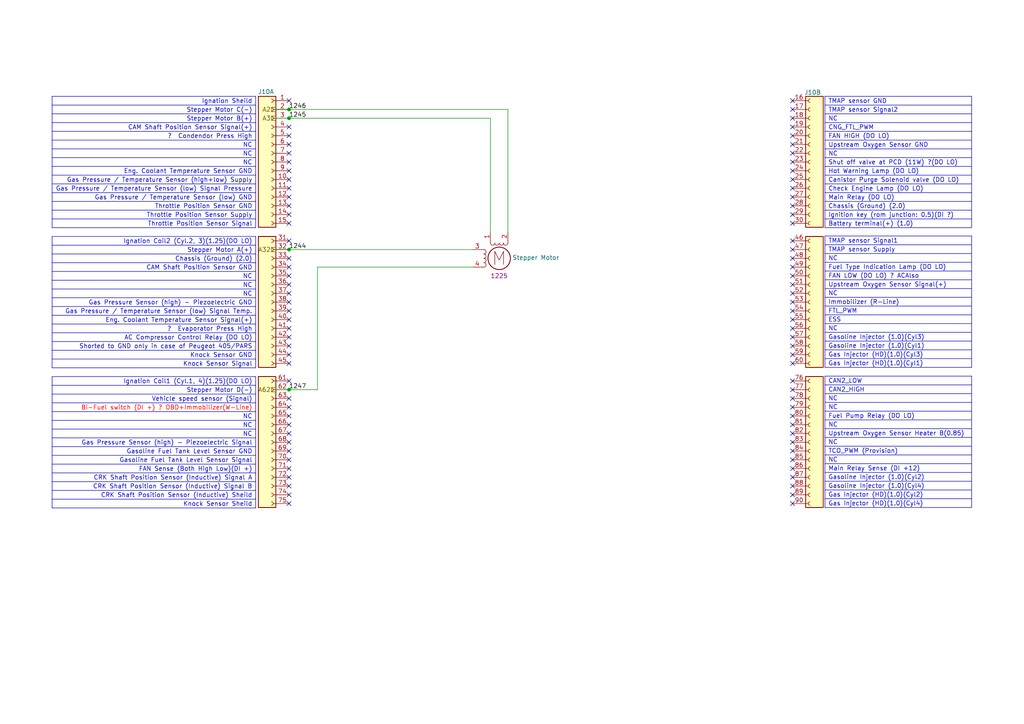
<source format=kicad_sch>
(kicad_sch (version 20250114) (generator "eeschema") (generator_version "9.0")
  (paper "A4")
  (lib_symbols
    (symbol "Motor:Stepper_Motor_bipolar" (pin_names (offset 0) (hide yes))
      (property "Reference" "M" (at 3.81 2.54 0))
      (property "Value" "Stepper_Motor_bipolar" (at 3.81 1.27 0))
      (symbol "Stepper_Motor_bipolar_0_0"
        (polyline (pts (xy -1.27 -1.778) (xy -1.27 2.032) (xy 0 -0.508) (xy 1.27 2.032) (xy 1.27 -1.778)))
      )
      (symbol "Stepper_Motor_bipolar_0_1"
        (polyline (pts (xy -5.08 2.54) (xy -4.445 2.54)))
        (polyline (pts (xy -5.08 -2.54) (xy -4.445 -2.54)))
        (arc (start -4.445 2.54) (mid -3.8127 1.905) (end -4.445 1.27))
        (arc (start -4.445 1.27) (mid -3.8127 0.635) (end -4.445 0))
        (arc (start -4.445 0) (mid -3.8127 -0.635) (end -4.445 -1.27))
        (arc (start -4.445 -1.27) (mid -3.8127 -1.905) (end -4.445 -2.54))
        (polyline (pts (xy -2.54 5.08) (xy -2.54 4.445)))
        (arc (start -1.27 4.445) (mid -1.905 3.8127) (end -2.54 4.445))
        (arc (start 0 4.445) (mid -0.635 3.8127) (end -1.27 4.445))
        (circle (center 0 0) (radius 3.2512) (stroke (width 0.254)))
        (arc (start 1.27 4.445) (mid 0.635 3.8127) (end 0 4.445))
        (arc (start 2.54 4.445) (mid 1.905 3.8127) (end 1.27 4.445))
        (polyline (pts (xy 2.54 5.08) (xy 2.54 4.445)))
      )
      (symbol "Stepper_Motor_bipolar_1_1"
        (pin passive line (at -7.62 2.54 0) (length 2.54) (name "~") (number "3"))
        (pin passive line (at -7.62 -2.54 0) (length 2.54) (name "~") (number "4"))
        (pin passive line (at -2.54 7.62 270) (length 2.54) (name "~") (number "1"))
        (pin passive line (at 2.54 7.62 270) (length 2.54) (name "-") (number "2"))
      )
    )
    (symbol "sicma_socket:Conn_01x90_3Row_Socket" (pin_names (offset 1.016) (hide yes))
      (property "Reference" "J" (at 1.524 60.833 0))
      (property "Value" "Conn_01x90_3Row_Socket" (at 1.397 -61.214 0))
      (symbol "Conn_01x90_3Row_Socket_1_1"
        (rectangle (start -0.508 59.69) (end 4.572 21.717) (stroke (width 0.254)) (fill (type background)))
        (polyline (pts (xy -0.508 58.42) (xy 0.254 58.42)) (stroke (width 0.1524)))
        (polyline (pts (xy -0.508 55.88) (xy 0.254 55.88)) (stroke (width 0.1524)))
        (polyline (pts (xy -0.508 53.34) (xy 0.254 53.34)) (stroke (width 0.1524)))
        (polyline (pts (xy -0.508 50.8) (xy 0.254 50.8)) (stroke (width 0.1524)))
        (polyline (pts (xy -0.508 48.26) (xy 0.254 48.26)) (stroke (width 0.1524)))
        (polyline (pts (xy -0.508 45.72) (xy 0.254 45.72)) (stroke (width 0.1524)))
        (polyline (pts (xy -0.508 43.18) (xy 0.254 43.18)) (stroke (width 0.1524)))
        (polyline (pts (xy -0.508 40.64) (xy 0.254 40.64)) (stroke (width 0.1524)))
        (polyline (pts (xy -0.508 38.1) (xy 0.254 38.1)) (stroke (width 0.1524)))
        (polyline (pts (xy -0.508 35.56) (xy 0.254 35.56)) (stroke (width 0.1524)))
        (polyline (pts (xy -0.508 33.02) (xy 0.254 33.02)) (stroke (width 0.1524)))
        (polyline (pts (xy -0.508 30.48) (xy 0.254 30.48)) (stroke (width 0.1524)))
        (polyline (pts (xy -0.508 27.94) (xy 0.254 27.94)) (stroke (width 0.1524)))
        (polyline (pts (xy -0.508 25.4) (xy 0.254 25.4)) (stroke (width 0.1524)))
        (polyline (pts (xy -0.508 22.86) (xy 0.254 22.86)) (stroke (width 0.1524)))
        (rectangle (start -0.508 19.05) (end 4.572 -18.923) (stroke (width 0.254)) (fill (type background)))
        (polyline (pts (xy -0.508 17.78) (xy 0.254 17.78)) (stroke (width 0.1524)))
        (polyline (pts (xy -0.508 15.24) (xy 0.254 15.24)) (stroke (width 0.1524)))
        (polyline (pts (xy -0.508 12.7) (xy 0.254 12.7)) (stroke (width 0.1524)))
        (polyline (pts (xy -0.508 10.16) (xy 0.254 10.16)) (stroke (width 0.1524)))
        (polyline (pts (xy -0.508 7.62) (xy 0.254 7.62)) (stroke (width 0.1524)))
        (polyline (pts (xy -0.508 5.08) (xy 0.254 5.08)) (stroke (width 0.1524)))
        (polyline (pts (xy -0.508 2.54) (xy 0.254 2.54)) (stroke (width 0.1524)))
        (polyline (pts (xy -0.508 0) (xy 0.254 0)) (stroke (width 0.1524)))
        (polyline (pts (xy -0.508 -2.54) (xy 0.254 -2.54)) (stroke (width 0.1524)))
        (polyline (pts (xy -0.508 -5.08) (xy 0.254 -5.08)) (stroke (width 0.1524)))
        (polyline (pts (xy -0.508 -7.62) (xy 0.254 -7.62)) (stroke (width 0.1524)))
        (polyline (pts (xy -0.508 -10.16) (xy 0.254 -10.16)) (stroke (width 0.1524)))
        (polyline (pts (xy -0.508 -12.7) (xy 0.254 -12.7)) (stroke (width 0.1524)))
        (polyline (pts (xy -0.508 -15.24) (xy 0.254 -15.24)) (stroke (width 0.1524)))
        (polyline (pts (xy -0.508 -17.78) (xy 0.254 -17.78)) (stroke (width 0.1524)))
        (rectangle (start -0.508 -21.59) (end 4.572 -59.563) (stroke (width 0.254)) (fill (type background)))
        (polyline (pts (xy -0.508 -22.86) (xy 0.254 -22.86)) (stroke (width 0.1524)))
        (polyline (pts (xy -0.508 -25.4) (xy 0.254 -25.4)) (stroke (width 0.1524)))
        (polyline (pts (xy -0.508 -27.94) (xy 0.254 -27.94)) (stroke (width 0.1524)))
        (polyline (pts (xy -0.508 -30.48) (xy 0.254 -30.48)) (stroke (width 0.1524)))
        (polyline (pts (xy -0.508 -33.02) (xy 0.254 -33.02)) (stroke (width 0.1524)))
        (polyline (pts (xy -0.508 -35.56) (xy 0.254 -35.56)) (stroke (width 0.1524)))
        (polyline (pts (xy -0.508 -38.1) (xy 0.254 -38.1)) (stroke (width 0.1524)))
        (polyline (pts (xy -0.508 -40.64) (xy 0.254 -40.64)) (stroke (width 0.1524)))
        (polyline (pts (xy -0.508 -43.18) (xy 0.254 -43.18)) (stroke (width 0.1524)))
        (polyline (pts (xy -0.508 -45.72) (xy 0.254 -45.72)) (stroke (width 0.1524)))
        (polyline (pts (xy -0.508 -48.26) (xy 0.254 -48.26)) (stroke (width 0.1524)))
        (polyline (pts (xy -0.508 -50.8) (xy 0.254 -50.8)) (stroke (width 0.1524)))
        (polyline (pts (xy -0.508 -53.34) (xy 0.254 -53.34)) (stroke (width 0.1524)))
        (polyline (pts (xy -0.508 -55.88) (xy 0.254 -55.88)) (stroke (width 0.1524)))
        (polyline (pts (xy -0.508 -58.42) (xy 0.254 -58.42)) (stroke (width 0.1524)))
        (arc (start 0.762 57.912) (mid 0.2562 58.42) (end 0.762 58.928) (stroke (width 0.1524)))
        (arc (start 0.762 55.372) (mid 0.2562 55.88) (end 0.762 56.388) (stroke (width 0.1524)))
        (arc (start 0.762 52.832) (mid 0.2562 53.34) (end 0.762 53.848) (stroke (width 0.1524)))
        (arc (start 0.762 50.292) (mid 0.2562 50.8) (end 0.762 51.308) (stroke (width 0.1524)))
        (arc (start 0.762 47.752) (mid 0.2562 48.26) (end 0.762 48.768) (stroke (width 0.1524)))
        (arc (start 0.762 45.212) (mid 0.2562 45.72) (end 0.762 46.228) (stroke (width 0.1524)))
        (arc (start 0.762 42.672) (mid 0.2562 43.18) (end 0.762 43.688) (stroke (width 0.1524)))
        (arc (start 0.762 40.132) (mid 0.2562 40.64) (end 0.762 41.148) (stroke (width 0.1524)))
        (arc (start 0.762 37.592) (mid 0.2562 38.1) (end 0.762 38.608) (stroke (width 0.1524)))
        (arc (start 0.762 35.052) (mid 0.2562 35.56) (end 0.762 36.068) (stroke (width 0.1524)))
        (arc (start 0.762 32.512) (mid 0.2562 33.02) (end 0.762 33.528) (stroke (width 0.1524)))
        (arc (start 0.762 29.972) (mid 0.2562 30.48) (end 0.762 30.988) (stroke (width 0.1524)))
        (arc (start 0.762 27.432) (mid 0.2562 27.94) (end 0.762 28.448) (stroke (width 0.1524)))
        (arc (start 0.762 24.892) (mid 0.2562 25.4) (end 0.762 25.908) (stroke (width 0.1524)))
        (arc (start 0.762 22.352) (mid 0.2562 22.86) (end 0.762 23.368) (stroke (width 0.1524)))
        (arc (start 0.762 17.272) (mid 0.2562 17.78) (end 0.762 18.288) (stroke (width 0.1524)))
        (arc (start 0.762 14.732) (mid 0.2562 15.24) (end 0.762 15.748) (stroke (width 0.1524)))
        (arc (start 0.762 12.192) (mid 0.2562 12.7) (end 0.762 13.208) (stroke (width 0.1524)))
        (arc (start 0.762 9.652) (mid 0.2562 10.16) (end 0.762 10.668) (stroke (width 0.1524)))
        (arc (start 0.762 7.112) (mid 0.2562 7.62) (end 0.762 8.128) (stroke (width 0.1524)))
        (arc (start 0.762 4.572) (mid 0.2562 5.08) (end 0.762 5.588) (stroke (width 0.1524)))
        (arc (start 0.762 2.032) (mid 0.2562 2.54) (end 0.762 3.048) (stroke (width 0.1524)))
        (arc (start 0.762 -0.508) (mid 0.2562 0) (end 0.762 0.508) (stroke (width 0.1524)))
        (arc (start 0.762 -3.048) (mid 0.2562 -2.54) (end 0.762 -2.032) (stroke (width 0.1524)))
        (arc (start 0.762 -5.588) (mid 0.2562 -5.08) (end 0.762 -4.572) (stroke (width 0.1524)))
        (arc (start 0.762 -8.128) (mid 0.2562 -7.62) (end 0.762 -7.112) (stroke (width 0.1524)))
        (arc (start 0.762 -10.668) (mid 0.2562 -10.16) (end 0.762 -9.652) (stroke (width 0.1524)))
        (arc (start 0.762 -13.208) (mid 0.2562 -12.7) (end 0.762 -12.192) (stroke (width 0.1524)))
        (arc (start 0.762 -15.748) (mid 0.2562 -15.24) (end 0.762 -14.732) (stroke (width 0.1524)))
        (arc (start 0.762 -18.288) (mid 0.2562 -17.78) (end 0.762 -17.272) (stroke (width 0.1524)))
        (arc (start 0.762 -23.368) (mid 0.2562 -22.86) (end 0.762 -22.352) (stroke (width 0.1524)))
        (arc (start 0.762 -25.908) (mid 0.2562 -25.4) (end 0.762 -24.892) (stroke (width 0.1524)))
        (arc (start 0.762 -28.448) (mid 0.2562 -27.94) (end 0.762 -27.432) (stroke (width 0.1524)))
        (arc (start 0.762 -30.988) (mid 0.2562 -30.48) (end 0.762 -29.972) (stroke (width 0.1524)))
        (arc (start 0.762 -33.528) (mid 0.2562 -33.02) (end 0.762 -32.512) (stroke (width 0.1524)))
        (arc (start 0.762 -36.068) (mid 0.2562 -35.56) (end 0.762 -35.052) (stroke (width 0.1524)))
        (arc (start 0.762 -38.608) (mid 0.2562 -38.1) (end 0.762 -37.592) (stroke (width 0.1524)))
        (arc (start 0.762 -41.148) (mid 0.2562 -40.64) (end 0.762 -40.132) (stroke (width 0.1524)))
        (arc (start 0.762 -43.688) (mid 0.2562 -43.18) (end 0.762 -42.672) (stroke (width 0.1524)))
        (arc (start 0.762 -46.228) (mid 0.2562 -45.72) (end 0.762 -45.212) (stroke (width 0.1524)))
        (arc (start 0.762 -48.768) (mid 0.2562 -48.26) (end 0.762 -47.752) (stroke (width 0.1524)))
        (arc (start 0.762 -51.308) (mid 0.2562 -50.8) (end 0.762 -50.292) (stroke (width 0.1524)))
        (arc (start 0.762 -53.848) (mid 0.2562 -53.34) (end 0.762 -52.832) (stroke (width 0.1524)))
        (arc (start 0.762 -56.388) (mid 0.2562 -55.88) (end 0.762 -55.372) (stroke (width 0.1524)))
        (arc (start 0.762 -58.928) (mid 0.2562 -58.42) (end 0.762 -57.912) (stroke (width 0.1524)))
        (pin passive line (at -4.318 58.42 0) (length 3.81) (name "A1") (number "1"))
        (pin passive line (at -4.318 55.88 0) (length 3.81) (name "A2") (number "2"))
        (pin passive line (at -4.318 53.34 0) (length 3.81) (name "A3") (number "3"))
        (pin passive line (at -4.318 50.8 0) (length 3.81) (name "A4") (number "4"))
        (pin passive line (at -4.318 48.26 0) (length 3.81) (name "A5") (number "5"))
        (pin passive line (at -4.318 45.72 0) (length 3.81) (name "A6") (number "6"))
        (pin passive line (at -4.318 43.18 0) (length 3.81) (name "A7") (number "7"))
        (pin passive line (at -4.318 40.64 0) (length 3.81) (name "A8") (number "8"))
        (pin passive line (at -4.318 38.1 0) (length 3.81) (name "A9") (number "9"))
        (pin passive line (at -4.318 35.56 0) (length 3.81) (name "A10") (number "10"))
        (pin passive line (at -4.318 33.02 0) (length 3.81) (name "A11") (number "11"))
        (pin passive line (at -4.318 30.48 0) (length 3.81) (name "A12") (number "12"))
        (pin passive line (at -4.318 27.94 0) (length 3.81) (name "A13") (number "13"))
        (pin passive line (at -4.318 25.4 0) (length 3.81) (name "A14") (number "14"))
        (pin passive line (at -4.318 22.86 0) (length 3.81) (name "A15") (number "15"))
        (pin passive line (at -4.318 17.78 0) (length 3.81) (name "A31") (number "31"))
        (pin passive line (at -4.318 15.24 0) (length 3.81) (name "A32") (number "32"))
        (pin passive line (at -4.318 12.7 0) (length 3.81) (name "A33") (number "33"))
        (pin passive line (at -4.318 10.16 0) (length 3.81) (name "A34") (number "34"))
        (pin passive line (at -4.318 7.62 0) (length 3.81) (name "A35") (number "35"))
        (pin passive line (at -4.318 5.08 0) (length 3.81) (name "A36") (number "36"))
        (pin passive line (at -4.318 2.54 0) (length 3.81) (name "A37") (number "37"))
        (pin passive line (at -4.318 0 0) (length 3.81) (name "A38") (number "38"))
        (pin passive line (at -4.318 -2.54 0) (length 3.81) (name "A39") (number "39"))
        (pin passive line (at -4.318 -5.08 0) (length 3.81) (name "A40") (number "40"))
        (pin passive line (at -4.318 -7.62 0) (length 3.81) (name "A41") (number "41"))
        (pin passive line (at -4.318 -10.16 0) (length 3.81) (name "A42") (number "42"))
        (pin passive line (at -4.318 -12.7 0) (length 3.81) (name "A43") (number "43"))
        (pin passive line (at -4.318 -15.24 0) (length 3.81) (name "A44") (number "44"))
        (pin passive line (at -4.318 -17.78 0) (length 3.81) (name "A45") (number "45"))
        (pin passive line (at -4.318 -22.86 0) (length 3.81) (name "A61") (number "61"))
        (pin passive line (at -4.318 -25.4 0) (length 3.81) (name "A62") (number "62"))
        (pin passive line (at -4.318 -27.94 0) (length 3.81) (name "A63") (number "63"))
        (pin passive line (at -4.318 -30.48 0) (length 3.81) (name "A64") (number "64"))
        (pin passive line (at -4.318 -33.02 0) (length 3.81) (name "A65") (number "65"))
        (pin passive line (at -4.318 -35.56 0) (length 3.81) (name "A66") (number "66"))
        (pin passive line (at -4.318 -38.1 0) (length 3.81) (name "A67") (number "67"))
        (pin passive line (at -4.318 -40.64 0) (length 3.81) (name "A68") (number "68"))
        (pin passive line (at -4.318 -43.18 0) (length 3.81) (name "A69") (number "69"))
        (pin passive line (at -4.318 -45.72 0) (length 3.81) (name "A70") (number "70"))
        (pin passive line (at -4.318 -48.26 0) (length 3.81) (name "A71") (number "71"))
        (pin passive line (at -4.318 -50.8 0) (length 3.81) (name "A72") (number "72"))
        (pin passive line (at -4.318 -53.34 0) (length 3.81) (name "A73") (number "73"))
        (pin passive line (at -4.318 -55.88 0) (length 3.81) (name "A74") (number "74"))
        (pin passive line (at -4.318 -58.42 0) (length 3.81) (name "A75") (number "75"))
      )
      (symbol "Conn_01x90_3Row_Socket_2_1"
        (rectangle (start -0.508 59.69) (end 4.572 21.717) (stroke (width 0.254)) (fill (type background)))
        (polyline (pts (xy -0.508 58.42) (xy 0.254 58.42)) (stroke (width 0.1524)))
        (polyline (pts (xy -0.508 55.88) (xy 0.254 55.88)) (stroke (width 0.1524)))
        (polyline (pts (xy -0.508 53.34) (xy 0.254 53.34)) (stroke (width 0.1524)))
        (polyline (pts (xy -0.508 50.8) (xy 0.254 50.8)) (stroke (width 0.1524)))
        (polyline (pts (xy -0.508 48.26) (xy 0.254 48.26)) (stroke (width 0.1524)))
        (polyline (pts (xy -0.508 45.72) (xy 0.254 45.72)) (stroke (width 0.1524)))
        (polyline (pts (xy -0.508 43.18) (xy 0.254 43.18)) (stroke (width 0.1524)))
        (polyline (pts (xy -0.508 40.64) (xy 0.254 40.64)) (stroke (width 0.1524)))
        (polyline (pts (xy -0.508 38.1) (xy 0.254 38.1)) (stroke (width 0.1524)))
        (polyline (pts (xy -0.508 35.56) (xy 0.254 35.56)) (stroke (width 0.1524)))
        (polyline (pts (xy -0.508 33.02) (xy 0.254 33.02)) (stroke (width 0.1524)))
        (polyline (pts (xy -0.508 30.48) (xy 0.254 30.48)) (stroke (width 0.1524)))
        (polyline (pts (xy -0.508 27.94) (xy 0.254 27.94)) (stroke (width 0.1524)))
        (polyline (pts (xy -0.508 25.4) (xy 0.254 25.4)) (stroke (width 0.1524)))
        (polyline (pts (xy -0.508 22.86) (xy 0.254 22.86)) (stroke (width 0.1524)))
        (rectangle (start -0.508 19.05) (end 4.572 -18.923) (stroke (width 0.254)) (fill (type background)))
        (polyline (pts (xy -0.508 17.78) (xy 0.254 17.78)) (stroke (width 0.1524)))
        (polyline (pts (xy -0.508 15.24) (xy 0.254 15.24)) (stroke (width 0.1524)))
        (polyline (pts (xy -0.508 12.7) (xy 0.254 12.7)) (stroke (width 0.1524)))
        (polyline (pts (xy -0.508 10.16) (xy 0.254 10.16)) (stroke (width 0.1524)))
        (polyline (pts (xy -0.508 7.62) (xy 0.254 7.62)) (stroke (width 0.1524)))
        (polyline (pts (xy -0.508 5.08) (xy 0.254 5.08)) (stroke (width 0.1524)))
        (polyline (pts (xy -0.508 2.54) (xy 0.254 2.54)) (stroke (width 0.1524)))
        (polyline (pts (xy -0.508 0) (xy 0.254 0)) (stroke (width 0.1524)))
        (polyline (pts (xy -0.508 -2.54) (xy 0.254 -2.54)) (stroke (width 0.1524)))
        (polyline (pts (xy -0.508 -5.08) (xy 0.254 -5.08)) (stroke (width 0.1524)))
        (polyline (pts (xy -0.508 -7.62) (xy 0.254 -7.62)) (stroke (width 0.1524)))
        (polyline (pts (xy -0.508 -10.16) (xy 0.254 -10.16)) (stroke (width 0.1524)))
        (polyline (pts (xy -0.508 -12.7) (xy 0.254 -12.7)) (stroke (width 0.1524)))
        (polyline (pts (xy -0.508 -15.24) (xy 0.254 -15.24)) (stroke (width 0.1524)))
        (polyline (pts (xy -0.508 -17.78) (xy 0.254 -17.78)) (stroke (width 0.1524)))
        (rectangle (start -0.508 -21.59) (end 4.572 -59.563) (stroke (width 0.254)) (fill (type background)))
        (polyline (pts (xy -0.508 -22.86) (xy 0.254 -22.86)) (stroke (width 0.1524)))
        (polyline (pts (xy -0.508 -25.4) (xy 0.254 -25.4)) (stroke (width 0.1524)))
        (polyline (pts (xy -0.508 -27.94) (xy 0.254 -27.94)) (stroke (width 0.1524)))
        (polyline (pts (xy -0.508 -30.48) (xy 0.254 -30.48)) (stroke (width 0.1524)))
        (polyline (pts (xy -0.508 -33.02) (xy 0.254 -33.02)) (stroke (width 0.1524)))
        (polyline (pts (xy -0.508 -35.56) (xy 0.254 -35.56)) (stroke (width 0.1524)))
        (polyline (pts (xy -0.508 -38.1) (xy 0.254 -38.1)) (stroke (width 0.1524)))
        (polyline (pts (xy -0.508 -40.64) (xy 0.254 -40.64)) (stroke (width 0.1524)))
        (polyline (pts (xy -0.508 -43.18) (xy 0.254 -43.18)) (stroke (width 0.1524)))
        (polyline (pts (xy -0.508 -45.72) (xy 0.254 -45.72)) (stroke (width 0.1524)))
        (polyline (pts (xy -0.508 -48.26) (xy 0.254 -48.26)) (stroke (width 0.1524)))
        (polyline (pts (xy -0.508 -50.8) (xy 0.254 -50.8)) (stroke (width 0.1524)))
        (polyline (pts (xy -0.508 -53.34) (xy 0.254 -53.34)) (stroke (width 0.1524)))
        (polyline (pts (xy -0.508 -55.88) (xy 0.254 -55.88)) (stroke (width 0.1524)))
        (polyline (pts (xy -0.508 -58.42) (xy 0.254 -58.42)) (stroke (width 0.1524)))
        (arc (start 0.762 57.912) (mid 0.2562 58.42) (end 0.762 58.928) (stroke (width 0.1524)))
        (arc (start 0.762 55.372) (mid 0.2562 55.88) (end 0.762 56.388) (stroke (width 0.1524)))
        (arc (start 0.762 52.832) (mid 0.2562 53.34) (end 0.762 53.848) (stroke (width 0.1524)))
        (arc (start 0.762 50.292) (mid 0.2562 50.8) (end 0.762 51.308) (stroke (width 0.1524)))
        (arc (start 0.762 47.752) (mid 0.2562 48.26) (end 0.762 48.768) (stroke (width 0.1524)))
        (arc (start 0.762 45.212) (mid 0.2562 45.72) (end 0.762 46.228) (stroke (width 0.1524)))
        (arc (start 0.762 42.672) (mid 0.2562 43.18) (end 0.762 43.688) (stroke (width 0.1524)))
        (arc (start 0.762 40.132) (mid 0.2562 40.64) (end 0.762 41.148) (stroke (width 0.1524)))
        (arc (start 0.762 37.592) (mid 0.2562 38.1) (end 0.762 38.608) (stroke (width 0.1524)))
        (arc (start 0.762 35.052) (mid 0.2562 35.56) (end 0.762 36.068) (stroke (width 0.1524)))
        (arc (start 0.762 32.512) (mid 0.2562 33.02) (end 0.762 33.528) (stroke (width 0.1524)))
        (arc (start 0.762 29.972) (mid 0.2562 30.48) (end 0.762 30.988) (stroke (width 0.1524)))
        (arc (start 0.762 27.432) (mid 0.2562 27.94) (end 0.762 28.448) (stroke (width 0.1524)))
        (arc (start 0.762 24.892) (mid 0.2562 25.4) (end 0.762 25.908) (stroke (width 0.1524)))
        (arc (start 0.762 22.352) (mid 0.2562 22.86) (end 0.762 23.368) (stroke (width 0.1524)))
        (arc (start 0.762 17.272) (mid 0.2562 17.78) (end 0.762 18.288) (stroke (width 0.1524)))
        (arc (start 0.762 14.732) (mid 0.2562 15.24) (end 0.762 15.748) (stroke (width 0.1524)))
        (arc (start 0.762 12.192) (mid 0.2562 12.7) (end 0.762 13.208) (stroke (width 0.1524)))
        (arc (start 0.762 9.652) (mid 0.2562 10.16) (end 0.762 10.668) (stroke (width 0.1524)))
        (arc (start 0.762 7.112) (mid 0.2562 7.62) (end 0.762 8.128) (stroke (width 0.1524)))
        (arc (start 0.762 4.572) (mid 0.2562 5.08) (end 0.762 5.588) (stroke (width 0.1524)))
        (arc (start 0.762 2.032) (mid 0.2562 2.54) (end 0.762 3.048) (stroke (width 0.1524)))
        (arc (start 0.762 -0.508) (mid 0.2562 0) (end 0.762 0.508) (stroke (width 0.1524)))
        (arc (start 0.762 -3.048) (mid 0.2562 -2.54) (end 0.762 -2.032) (stroke (width 0.1524)))
        (arc (start 0.762 -5.588) (mid 0.2562 -5.08) (end 0.762 -4.572) (stroke (width 0.1524)))
        (arc (start 0.762 -8.128) (mid 0.2562 -7.62) (end 0.762 -7.112) (stroke (width 0.1524)))
        (arc (start 0.762 -10.668) (mid 0.2562 -10.16) (end 0.762 -9.652) (stroke (width 0.1524)))
        (arc (start 0.762 -13.208) (mid 0.2562 -12.7) (end 0.762 -12.192) (stroke (width 0.1524)))
        (arc (start 0.762 -15.748) (mid 0.2562 -15.24) (end 0.762 -14.732) (stroke (width 0.1524)))
        (arc (start 0.762 -18.288) (mid 0.2562 -17.78) (end 0.762 -17.272) (stroke (width 0.1524)))
        (arc (start 0.762 -23.368) (mid 0.2562 -22.86) (end 0.762 -22.352) (stroke (width 0.1524)))
        (arc (start 0.762 -25.908) (mid 0.2562 -25.4) (end 0.762 -24.892) (stroke (width 0.1524)))
        (arc (start 0.762 -28.448) (mid 0.2562 -27.94) (end 0.762 -27.432) (stroke (width 0.1524)))
        (arc (start 0.762 -30.988) (mid 0.2562 -30.48) (end 0.762 -29.972) (stroke (width 0.1524)))
        (arc (start 0.762 -33.528) (mid 0.2562 -33.02) (end 0.762 -32.512) (stroke (width 0.1524)))
        (arc (start 0.762 -36.068) (mid 0.2562 -35.56) (end 0.762 -35.052) (stroke (width 0.1524)))
        (arc (start 0.762 -38.608) (mid 0.2562 -38.1) (end 0.762 -37.592) (stroke (width 0.1524)))
        (arc (start 0.762 -41.148) (mid 0.2562 -40.64) (end 0.762 -40.132) (stroke (width 0.1524)))
        (arc (start 0.762 -43.688) (mid 0.2562 -43.18) (end 0.762 -42.672) (stroke (width 0.1524)))
        (arc (start 0.762 -46.228) (mid 0.2562 -45.72) (end 0.762 -45.212) (stroke (width 0.1524)))
        (arc (start 0.762 -48.768) (mid 0.2562 -48.26) (end 0.762 -47.752) (stroke (width 0.1524)))
        (arc (start 0.762 -51.308) (mid 0.2562 -50.8) (end 0.762 -50.292) (stroke (width 0.1524)))
        (arc (start 0.762 -53.848) (mid 0.2562 -53.34) (end 0.762 -52.832) (stroke (width 0.1524)))
        (arc (start 0.762 -56.388) (mid 0.2562 -55.88) (end 0.762 -55.372) (stroke (width 0.1524)))
        (arc (start 0.762 -58.928) (mid 0.2562 -58.42) (end 0.762 -57.912) (stroke (width 0.1524)))
        (pin passive line (at -4.318 58.42 0) (length 3.81) (name "B16") (number "16"))
        (pin passive line (at -4.318 55.88 0) (length 3.81) (name "B17") (number "17"))
        (pin passive line (at -4.318 53.34 0) (length 3.81) (name "B18") (number "18"))
        (pin passive line (at -4.318 50.8 0) (length 3.81) (name "B19") (number "19"))
        (pin passive line (at -4.318 48.26 0) (length 3.81) (name "B20") (number "20"))
        (pin passive line (at -4.318 45.72 0) (length 3.81) (name "B21") (number "21"))
        (pin passive line (at -4.318 43.18 0) (length 3.81) (name "B22") (number "22"))
        (pin passive line (at -4.318 40.64 0) (length 3.81) (name "B23") (number "23"))
        (pin passive line (at -4.318 38.1 0) (length 3.81) (name "B24") (number "24"))
        (pin passive line (at -4.318 35.56 0) (length 3.81) (name "B25") (number "25"))
        (pin passive line (at -4.318 33.02 0) (length 3.81) (name "B26") (number "26"))
        (pin passive line (at -4.318 30.48 0) (length 3.81) (name "B27") (number "27"))
        (pin passive line (at -4.318 27.94 0) (length 3.81) (name "B28") (number "28"))
        (pin passive line (at -4.318 25.4 0) (length 3.81) (name "B29") (number "29"))
        (pin passive line (at -4.318 22.86 0) (length 3.81) (name "B30") (number "30"))
        (pin passive line (at -4.318 17.78 0) (length 3.81) (name "B46") (number "46"))
        (pin passive line (at -4.318 15.24 0) (length 3.81) (name "B47") (number "47"))
        (pin passive line (at -4.318 12.7 0) (length 3.81) (name "B48") (number "48"))
        (pin passive line (at -4.318 10.16 0) (length 3.81) (name "B49") (number "49"))
        (pin passive line (at -4.318 7.62 0) (length 3.81) (name "B50") (number "50"))
        (pin passive line (at -4.318 5.08 0) (length 3.81) (name "B51") (number "51"))
        (pin passive line (at -4.318 2.54 0) (length 3.81) (name "B52") (number "52"))
        (pin passive line (at -4.318 0 0) (length 3.81) (name "B53") (number "53"))
        (pin passive line (at -4.318 -2.54 0) (length 3.81) (name "B54") (number "54"))
        (pin passive line (at -4.318 -5.08 0) (length 3.81) (name "B55") (number "55"))
        (pin passive line (at -4.318 -7.62 0) (length 3.81) (name "B56") (number "56"))
        (pin passive line (at -4.318 -10.16 0) (length 3.81) (name "B57") (number "57"))
        (pin passive line (at -4.318 -12.7 0) (length 3.81) (name "B58") (number "58"))
        (pin passive line (at -4.318 -15.24 0) (length 3.81) (name "B59") (number "59"))
        (pin passive line (at -4.318 -17.78 0) (length 3.81) (name "B60") (number "60"))
        (pin passive line (at -4.318 -22.86 0) (length 3.81) (name "B76") (number "76"))
        (pin passive line (at -4.318 -25.4 0) (length 3.81) (name "B77") (number "77"))
        (pin passive line (at -4.318 -27.94 0) (length 3.81) (name "B78") (number "78"))
        (pin passive line (at -4.318 -30.48 0) (length 3.81) (name "B79") (number "79"))
        (pin passive line (at -4.318 -33.02 0) (length 3.81) (name "B80") (number "80"))
        (pin passive line (at -4.318 -35.56 0) (length 3.81) (name "B81") (number "81"))
        (pin passive line (at -4.318 -38.1 0) (length 3.81) (name "B82") (number "82"))
        (pin passive line (at -4.318 -40.64 0) (length 3.81) (name "B83") (number "83"))
        (pin passive line (at -4.318 -43.18 0) (length 3.81) (name "B84") (number "84"))
        (pin passive line (at -4.318 -45.72 0) (length 3.81) (name "B85") (number "85"))
        (pin passive line (at -4.318 -48.26 0) (length 3.81) (name "B86") (number "86"))
        (pin passive line (at -4.318 -50.8 0) (length 3.81) (name "B87") (number "87"))
        (pin passive line (at -4.318 -53.34 0) (length 3.81) (name "B88") (number "88"))
        (pin passive line (at -4.318 -55.88 0) (length 3.81) (name "B89") (number "89"))
        (pin passive line (at -4.318 -58.42 0) (length 3.81) (name "B90") (number "90"))
      )
    )
  )
  (junction (at 83.82 31.75))
  (junction (at 83.82 113.03))
  (junction (at 83.82 72.39))
  (junction (at 83.82 34.29))
  (no_connect (at 83.82 130.81))
  (no_connect (at 229.87 29.21))
  (no_connect (at 229.87 82.55))
  (no_connect (at 83.82 138.43))
  (no_connect (at 83.82 62.23))
  (no_connect (at 229.87 92.71))
  (no_connect (at 229.87 57.15))
  (no_connect (at 83.82 36.83))
  (no_connect (at 229.87 118.11))
  (no_connect (at 229.87 105.41))
  (no_connect (at 229.87 128.27))
  (no_connect (at 229.87 31.75))
  (no_connect (at 229.87 135.89))
  (no_connect (at 83.82 74.93))
  (no_connect (at 229.87 64.77))
  (no_connect (at 83.82 90.17))
  (no_connect (at 229.87 36.83))
  (no_connect (at 83.82 95.25))
  (no_connect (at 83.82 125.73))
  (no_connect (at 83.82 97.79))
  (no_connect (at 229.87 90.17))
  (no_connect (at 229.87 85.09))
  (no_connect (at 229.87 34.29))
  (no_connect (at 229.87 80.01))
  (no_connect (at 83.82 87.63))
  (no_connect (at 229.87 120.65))
  (no_connect (at 83.82 52.07))
  (no_connect (at 229.87 62.23))
  (no_connect (at 83.82 92.71))
  (no_connect (at 83.82 44.45))
  (no_connect (at 229.87 113.03))
  (no_connect (at 229.87 138.43))
  (no_connect (at 229.87 39.37))
  (no_connect (at 83.82 39.37))
  (no_connect (at 83.82 118.11))
  (no_connect (at 83.82 115.57))
  (no_connect (at 229.87 146.05))
  (no_connect (at 229.87 143.51))
  (no_connect (at 83.82 100.33))
  (no_connect (at 83.82 29.21))
  (no_connect (at 83.82 105.41))
  (no_connect (at 83.82 123.19))
  (no_connect (at 83.82 120.65))
  (no_connect (at 83.82 140.97))
  (no_connect (at 83.82 54.61))
  (no_connect (at 83.82 85.09))
  (no_connect (at 229.87 41.91))
  (no_connect (at 229.87 102.87))
  (no_connect (at 83.82 69.85))
  (no_connect (at 229.87 74.93))
  (no_connect (at 229.87 130.81))
  (no_connect (at 229.87 140.97))
  (no_connect (at 229.87 97.79))
  (no_connect (at 83.82 77.47))
  (no_connect (at 229.87 87.63))
  (no_connect (at 229.87 49.53))
  (no_connect (at 229.87 95.25))
  (no_connect (at 83.82 82.55))
  (no_connect (at 83.82 143.51))
  (no_connect (at 229.87 54.61))
  (no_connect (at 83.82 64.77))
  (no_connect (at 229.87 44.45))
  (no_connect (at 229.87 69.85))
  (no_connect (at 83.82 135.89))
  (no_connect (at 229.87 46.99))
  (no_connect (at 83.82 46.99))
  (no_connect (at 83.82 110.49))
  (no_connect (at 83.82 59.69))
  (no_connect (at 229.87 125.73))
  (no_connect (at 229.87 133.35))
  (no_connect (at 83.82 128.27))
  (no_connect (at 229.87 123.19))
  (no_connect (at 229.87 52.07))
  (no_connect (at 229.87 115.57))
  (no_connect (at 83.82 57.15))
  (no_connect (at 229.87 77.47))
  (no_connect (at 83.82 102.87))
  (no_connect (at 83.82 133.35))
  (no_connect (at 229.87 110.49))
  (no_connect (at 83.82 41.91))
  (no_connect (at 229.87 100.33))
  (no_connect (at 83.82 146.05))
  (no_connect (at 229.87 59.69))
  (no_connect (at 83.82 80.01))
  (no_connect (at 83.82 49.53))
  (no_connect (at 229.87 72.39))
  (wire (pts (xy 92.075 113.03) (xy 83.82 113.03)))
  (wire (pts (xy 142.24 34.29) (xy 83.82 34.29)))
  (wire (pts (xy 142.24 67.31) (xy 142.24 34.29)))
  (wire (pts (xy 83.82 31.75) (xy 147.32 31.75)))
  (wire (pts (xy 137.16 77.47) (xy 92.075 77.47)))
  (wire (pts (xy 83.82 72.39) (xy 137.16 72.39)))
  (wire (pts (xy 80.01 113.03) (xy 83.82 113.03)))
  (wire (pts (xy 80.01 31.75) (xy 83.82 31.75)))
  (wire (pts (xy 147.32 67.31) (xy 147.32 31.75)))
  (wire (pts (xy 80.01 72.39) (xy 83.82 72.39)))
  (wire (pts (xy 92.075 77.47) (xy 92.075 113.03)))
  (wire (pts (xy 80.01 34.29) (xy 83.82 34.29)))
  (table (column_count 1) (border (external yes) (header yes)) (separators (rows yes) (cols yes)) (column_widths 42.545) (row_heights 2.54 2.54 2.54 2.54 2.54 2.54 2.54 2.54 2.54 2.54 2.54 2.54 2.54 2.54 2.54) (cells (table_cell "CAN2_LOW" (at 239.268 109.093 0) (size 42.545 2.54) (margins 0.9525 0.9525 0.9525 0.9525) (span 1 1)) (table_cell "CAN2_HIGH" (at 239.268 111.633 0) (size 42.545 2.54) (margins 0.9525 0.9525 0.9525 0.9525) (span 1 1)) (table_cell "NC" (at 239.268 114.173 0) (size 42.545 2.54) (margins 0.9525 0.9525 0.9525 0.9525) (span 1 1)) (table_cell "NC" (at 239.268 116.713 0) (size 42.545 2.54) (margins 0.9525 0.9525 0.9525 0.9525) (span 1 1)) (table_cell "Fuel Pump Relay (DO LO)" (at 239.268 119.253 0) (size 42.545 2.54) (margins 0.9525 0.9525 0.9525 0.9525) (span 1 1)) (table_cell "NC" (at 239.268 121.793 0) (size 42.545 2.54) (margins 0.9525 0.9525 0.9525 0.9525) (span 1 1)) (table_cell "Upstream Oxygen Sensor Heater B(0.85)" (at 239.268 124.333 0) (size 42.545 2.54) (margins 0.9525 0.9525 0.9525 0.9525) (span 1 1)) (table_cell "NC" (at 239.268 126.873 0) (size 42.545 2.54) (margins 0.9525 0.9525 0.9525 0.9525) (span 1 1)) (table_cell "TCO_PWM (Provision)" (at 239.268 129.413 0) (size 42.545 2.54) (margins 0.9525 0.9525 0.9525 0.9525) (span 1 1)) (table_cell "NC" (at 239.268 131.953 0) (size 42.545 2.54) (margins 0.9525 0.9525 0.9525 0.9525) (span 1 1)) (table_cell "Main Relay Sense (DI +12)" (at 239.268 134.493 0) (size 42.545 2.54) (margins 0.9525 0.9525 0.9525 0.9525) (span 1 1)) (table_cell "Gasoline Injector (1.0)(Cyl2)" (at 239.268 137.033 0) (size 42.545 2.54) (margins 0.9525 0.9525 0.9525 0.9525) (span 1 1)) (table_cell "Gasoline Injector (1.0)(Cyl4)" (at 239.268 139.573 0) (size 42.545 2.54) (margins 0.9525 0.9525 0.9525 0.9525) (span 1 1)) (table_cell "Gas Injector (HD)(1.0)(Cyl2)" (at 239.268 142.113 0) (size 42.545 2.54) (margins 0.9525 0.9525 0.9525 0.9525) (span 1 1)) (table_cell "Gas Injector (HD)(1.0)(Cyl4)" (at 239.268 144.653 0) (size 42.545 2.54) (margins 0.9525 0.9525 0.9525 0.9525) (span 1 1))))
  (table (column_count 1) (border (external yes) (header no)) (separators (rows yes) (cols no)) (column_widths 59.055) (row_heights 2.54 2.54 2.54 2.54 2.54 2.54 2.54 2.54 2.54 2.54 2.54 2.54 2.54 2.54 2.54) (cells (table_cell "Ignation Sheild" (at 15.113 27.94 0) (size 59.055 2.54) (margins 0.9525 0.9525 0.9525 0.9525) (span 1 1)) (table_cell "Stepper Motor C(-)" (at 15.113 30.48 0) (size 59.055 2.54) (margins 0.9525 0.9525 0.9525 0.9525) (span 1 1)) (table_cell "Stepper Motor B(+)" (at 15.113 33.02 0) (size 59.055 2.54) (margins 0.9525 0.9525 0.9525 0.9525) (span 1 1)) (table_cell "CAM Shaft Position Sensor Signal(+)" (at 15.113 35.56 0) (size 59.055 2.54) (margins 0.9525 0.9525 0.9525 0.9525) (span 1 1)) (table_cell "?  Condendor Press High" (at 15.113 38.1 0) (size 59.055 2.54) (margins 0.9525 0.9525 0.9525 0.9525) (span 1 1)) (table_cell "NC" (at 15.113 40.64 0) (size 59.055 2.54) (margins 0.9525 0.9525 0.9525 0.9525) (span 1 1)) (table_cell "NC" (at 15.113 43.18 0) (size 59.055 2.54) (margins 0.9525 0.9525 0.9525 0.9525) (span 1 1)) (table_cell "NC" (at 15.113 45.72 0) (size 59.055 2.54) (margins 0.9525 0.9525 0.9525 0.9525) (span 1 1)) (table_cell "Eng. Coolant Temperature Sensor GND" (at 15.113 48.26 0) (size 59.055 2.54) (margins 0.9525 0.9525 0.9525 0.9525) (span 1 1)) (table_cell "Gas Pressure / Temperature Sensor (high+low) Supply" (at 15.113 50.8 0) (size 59.055 2.54) (margins 0.9525 0.9525 0.9525 0.9525) (span 1 1)) (table_cell "Gas Pressure / Temperature Sensor (low) Signal Pressure" (at 15.113 53.34 0) (size 59.055 2.54) (margins 0.9525 0.9525 0.9525 0.9525) (span 1 1)) (table_cell "Gas Pressure / Temperature Sensor (low) GND" (at 15.113 55.88 0) (size 59.055 2.54) (margins 0.9525 0.9525 0.9525 0.9525) (span 1 1)) (table_cell "Throttle Position Sensor GND" (at 15.113 58.42 0) (size 59.055 2.54) (margins 0.9525 0.9525 0.9525 0.9525) (span 1 1)) (table_cell "Throttle Position Sensor Supply" (at 15.113 60.96 0) (size 59.055 2.54) (margins 0.9525 0.9525 0.9525 0.9525) (span 1 1)) (table_cell "Throttle Position Sensor Signal" (at 15.113 63.5 0) (size 59.055 2.54) (margins 0.9525 0.9525 0.9525 0.9525) (span 1 1))))
  (table (column_count 1) (border (external yes) (header yes)) (separators (rows yes) (cols yes)) (column_widths 42.545) (row_heights 2.54 2.54 2.54 2.54 2.54 2.54 2.54 2.54 2.54 2.54 2.54 2.54 2.54 2.54 2.54) (cells (table_cell "TMAP sensor Signal1" (at 239.268 68.453 0) (size 42.545 2.54) (margins 0.9525 0.9525 0.9525 0.9525) (span 1 1)) (table_cell "TMAP sensor Supply" (at 239.268 70.993 0) (size 42.545 2.54) (margins 0.9525 0.9525 0.9525 0.9525) (span 1 1)) (table_cell "NC" (at 239.268 73.533 0) (size 42.545 2.54) (margins 0.9525 0.9525 0.9525 0.9525) (span 1 1)) (table_cell "Fuel Type Indication Lamp (DO LO)" (at 239.268 76.073 0) (size 42.545 2.54) (margins 0.9525 0.9525 0.9525 0.9525) (span 1 1)) (table_cell "FAN LOW (DO LO) ? ACAlso" (at 239.268 78.613 0) (size 42.545 2.54) (margins 0.9525 0.9525 0.9525 0.9525) (span 1 1)) (table_cell "Upstream Oxygen Sensor Signal(+)" (at 239.268 81.153 0) (size 42.545 2.54) (margins 0.9525 0.9525 0.9525 0.9525) (span 1 1)) (table_cell "NC" (at 239.268 83.693 0) (size 42.545 2.54) (margins 0.9525 0.9525 0.9525 0.9525) (span 1 1)) (table_cell "Immobilizer (R-Line)" (at 239.268 86.233 0) (size 42.545 2.54) (margins 0.9525 0.9525 0.9525 0.9525) (span 1 1)) (table_cell "FTL_PWM" (at 239.268 88.773 0) (size 42.545 2.54) (margins 0.9525 0.9525 0.9525 0.9525) (span 1 1)) (table_cell "ESS" (at 239.268 91.313 0) (size 42.545 2.54) (margins 0.9525 0.9525 0.9525 0.9525) (span 1 1)) (table_cell "NC" (at 239.268 93.853 0) (size 42.545 2.54) (margins 0.9525 0.9525 0.9525 0.9525) (span 1 1)) (table_cell "Gasoline Injector (1.0)(Cyl3)" (at 239.268 96.393 0) (size 42.545 2.54) (margins 0.9525 0.9525 0.9525 0.9525) (span 1 1)) (table_cell "Gasoline Injector (1.0)(Cyl1)" (at 239.268 98.933 0) (size 42.545 2.54) (margins 0.9525 0.9525 0.9525 0.9525) (span 1 1)) (table_cell "Gas Injector (HD)(1.0)(Cyl3)" (at 239.268 101.473 0) (size 42.545 2.54) (margins 0.9525 0.9525 0.9525 0.9525) (span 1 1)) (table_cell "Gas Injector (HD)(1.0)(Cyl1)" (at 239.268 104.013 0) (size 42.545 2.54) (margins 0.9525 0.9525 0.9525 0.9525) (span 1 1))))
  (table (column_count 1) (border (external yes) (header yes)) (separators (rows yes) (cols yes)) (column_widths 59.055) (row_heights 2.54 2.54 2.54 2.54 2.54 2.54 2.54 2.54 2.54 2.54 2.54 2.54 2.54 2.54 2.54) (cells (table_cell "Ignation Coil2 (Cyl.2, 3)(1.25)(DO LO)" (at 15.113 68.58 0) (size 59.055 2.54) (margins 0.9525 0.9525 0.9525 0.9525) (span 1 1)) (table_cell "Stepper Motor A(+)" (at 15.113 71.12 0) (size 59.055 2.54) (margins 0.9525 0.9525 0.9525 0.9525) (span 1 1)) (table_cell "Chassis (Ground) (2.0)" (at 15.113 73.66 0) (size 59.055 2.54) (margins 0.9525 0.9525 0.9525 0.9525) (span 1 1)) (table_cell "CAM Shaft Position Sensor GND" (at 15.113 76.2 0) (size 59.055 2.54) (margins 0.9525 0.9525 0.9525 0.9525) (span 1 1)) (table_cell "NC" (at 15.113 78.74 0) (size 59.055 2.54) (margins 0.9525 0.9525 0.9525 0.9525) (span 1 1)) (table_cell "NC" (at 15.113 81.28 0) (size 59.055 2.54) (margins 0.9525 0.9525 0.9525 0.9525) (span 1 1)) (table_cell "NC" (at 15.113 83.82 0) (size 59.055 2.54) (margins 0.9525 0.9525 0.9525 0.9525) (span 1 1)) (table_cell "Gas Pressure Sensor (high) - Piezoelectric GND" (at 15.113 86.36 0) (size 59.055 2.54) (margins 0.9525 0.9525 0.9525 0.9525) (span 1 1)) (table_cell "Gas Pressure / Temperature Sensor (low) Signal Temp." (at 15.113 88.9 0) (size 59.055 2.54) (margins 0.9525 0.9525 0.9525 0.9525) (span 1 1)) (table_cell "Eng. Coolant Temperature Sensor Signal(+)" (at 15.113 91.44 0) (size 59.055 2.54) (margins 0.9525 0.9525 0.9525 0.9525) (span 1 1)) (table_cell "?  Evaporator Press High" (at 15.113 93.98 0) (size 59.055 2.54) (margins 0.9525 0.9525 0.9525 0.9525) (span 1 1)) (table_cell "AC Compressor Control Relay (DO LO)" (at 15.113 96.52 0) (size 59.055 2.54) (margins 0.9525 0.9525 0.9525 0.9525) (span 1 1)) (table_cell "Shorted to GND only in case of Peugeot 405/PARS" (at 15.113 99.06 0) (size 59.055 2.54) (margins 0.9525 0.9525 0.9525 0.9525) (span 1 1)) (table_cell "Knock Sensor GND" (at 15.113 101.6 0) (size 59.055 2.54) (margins 0.9525 0.9525 0.9525 0.9525) (span 1 1)) (table_cell "Knock Sensor Signal" (at 15.113 104.14 0) (size 59.055 2.54) (margins 0.9525 0.9525 0.9525 0.9525) (span 1 1))))
  (table (column_count 1) (border (external yes) (header yes)) (separators (rows yes) (cols yes)) (column_widths 59.055) (row_heights 2.54 2.54 2.54 2.54 2.54 2.54 2.54 2.54 2.54 2.54 2.54 2.54 2.54 2.54 2.54) (cells (table_cell "Ignation Coil1 (Cyl.1, 4)(1.25)(DO LO)" (at 15.113 109.22 0) (size 59.055 2.54) (margins 0.9525 0.9525 0.9525 0.9525) (span 1 1)) (table_cell "Stepper Motor D(-)" (at 15.113 111.76 0) (size 59.055 2.54) (margins 0.9525 0.9525 0.9525 0.9525) (span 1 1)) (table_cell "Vehicle speed sensor (Signal)" (at 15.113 114.3 0) (size 59.055 2.54) (margins 0.9525 0.9525 0.9525 0.9525) (span 1 1)) (table_cell "Bi-Fuel switch (DI +) ? OBD+Immobilizer(W-Line)" (at 15.113 116.84 0) (size 59.055 2.54) (margins 0.9525 0.9525 0.9525 0.9525) (span 1 1)) (table_cell "NC" (at 15.113 119.38 0) (size 59.055 2.54) (margins 0.9525 0.9525 0.9525 0.9525) (span 1 1)) (table_cell "NC" (at 15.113 121.92 0) (size 59.055 2.54) (margins 0.9525 0.9525 0.9525 0.9525) (span 1 1)) (table_cell "NC" (at 15.113 124.46 0) (size 59.055 2.54) (margins 0.9525 0.9525 0.9525 0.9525) (span 1 1)) (table_cell "Gas Pressure Sensor (high) - Piezoelectric Signal" (at 15.113 127 0) (size 59.055 2.54) (margins 0.9525 0.9525 0.9525 0.9525) (span 1 1)) (table_cell "Gasoline Fuel Tank Level Sensor GND" (at 15.113 129.54 0) (size 59.055 2.54) (margins 0.9525 0.9525 0.9525 0.9525) (span 1 1)) (table_cell "Gasoline Fuel Tank Level Sensor Signal" (at 15.113 132.08 0) (size 59.055 2.54) (margins 0.9525 0.9525 0.9525 0.9525) (span 1 1)) (table_cell "FAN Sense (Both High Low)(DI +)" (at 15.113 134.62 0) (size 59.055 2.54) (margins 0.9525 0.9525 0.9525 0.9525) (span 1 1)) (table_cell "CRK Shaft Position Sensor (Inductive) Signal A" (at 15.113 137.16 0) (size 59.055 2.54) (margins 0.9525 0.9525 0.9525 0.9525) (span 1 1)) (table_cell "CRK Shaft Position Sensor (Inductive) Signal B" (at 15.113 139.7 0) (size 59.055 2.54) (margins 0.9525 0.9525 0.9525 0.9525) (span 1 1)) (table_cell "CRK Shaft Position Sensor (Inductive) Sheild" (at 15.113 142.24 0) (size 59.055 2.54) (margins 0.9525 0.9525 0.9525 0.9525) (span 1 1)) (table_cell "Knock Sensor Sheild" (at 15.113 144.78 0) (size 59.055 2.54) (margins 0.9525 0.9525 0.9525 0.9525) (span 1 1))))
  (table (column_count 1) (border (external yes) (header yes)) (separators (rows yes) (cols yes)) (column_widths 42.545) (row_heights 2.54 2.54 2.54 2.54 2.54 2.54 2.54 2.54 2.54 2.54 2.54 2.54 2.54 2.54 2.54) (cells (table_cell "TMAP sensor GND" (at 239.268 27.94 0) (size 42.545 2.54) (margins 0.9525 0.9525 0.9525 0.9525) (span 1 1)) (table_cell "TMAP sensor Signal2" (at 239.268 30.48 0) (size 42.545 2.54) (margins 0.9525 0.9525 0.9525 0.9525) (span 1 1)) (table_cell "NC" (at 239.268 33.02 0) (size 42.545 2.54) (margins 0.9525 0.9525 0.9525 0.9525) (span 1 1)) (table_cell "CNG_FTL_PWM" (at 239.268 35.56 0) (size 42.545 2.54) (margins 0.9525 0.9525 0.9525 0.9525) (span 1 1)) (table_cell "FAN HIGH (DO LO)" (at 239.268 38.1 0) (size 42.545 2.54) (margins 0.9525 0.9525 0.9525 0.9525) (span 1 1)) (table_cell "Upstream Oxygen Sensor GND" (at 239.268 40.64 0) (size 42.545 2.54) (margins 0.9525 0.9525 0.9525 0.9525) (span 1 1)) (table_cell "NC" (at 239.268 43.18 0) (size 42.545 2.54) (margins 0.9525 0.9525 0.9525 0.9525) (span 1 1)) (table_cell "Shut off valve at PCD (11W) ?(DO LO)" (at 239.268 45.72 0) (size 42.545 2.54) (margins 0.9525 0.9525 0.9525 0.9525) (span 1 1)) (table_cell "Hot Warning Lamp (DO LO)" (at 239.268 48.26 0) (size 42.545 2.54) (margins 0.9525 0.9525 0.9525 0.9525) (span 1 1)) (table_cell "Canistor Purge Solenoid valve (DO LO)" (at 239.268 50.8 0) (size 42.545 2.54) (margins 0.9525 0.9525 0.9525 0.9525) (span 1 1)) (table_cell "Check Engine Lamp (DO LO)" (at 239.268 53.34 0) (size 42.545 2.54) (margins 0.9525 0.9525 0.9525 0.9525) (span 1 1)) (table_cell "Main Relay (DO LO)" (at 239.268 55.88 0) (size 42.545 2.54) (margins 0.9525 0.9525 0.9525 0.9525) (span 1 1)) (table_cell "Chassis (Ground) (2.0)" (at 239.268 58.42 0) (size 42.545 2.54) (margins 0.9525 0.9525 0.9525 0.9525) (span 1 1)) (table_cell "Ignition key (rom junction: 0.5)(DI ?)" (at 239.268 60.96 0) (size 42.545 2.54) (margins 0.9525 0.9525 0.9525 0.9525) (span 1 1)) (table_cell "Battery terminal(+) (1.0)" (at 239.268 63.5 0) (size 42.545 2.54) (margins 0.9525 0.9525 0.9525 0.9525) (span 1 1))))
  (label "1245" (at 83.82 34.29 0))
  (label "1244" (at 83.82 72.39 0))
  (label "1247" (at 83.82 113.03 0))
  (label "1246" (at 83.82 31.75 0))
  (hierarchical_label "A2" (shape passive) (at 80.01 31.75 180))
  (hierarchical_label "A32" (shape passive) (at 80.01 72.39 180))
  (hierarchical_label "A62" (shape passive) (at 80.01 113.03 180))
  (hierarchical_label "A3" (shape passive) (at 80.01 34.29 180))
  (symbol (lib_id "Motor:Stepper_Motor_bipolar") (at 144.78 74.93 0) (unit 1) (in_bom no) (on_board no)
    (property "Reference" "M1" (effects (hide yes)))
    (property "Value" "Stepper Motor" (at 148.59 74.714 0) (effects (justify left)))
    (property "Datasheet" "http://www.infineon.com/dgdl/Application-Note-TLE8110EE_driving_UniPolarStepperMotor_V1.1.pdf?fileId=db3a30431be39b97011be5d0aa0a00b0" (effects (hide yes)))
    (property "Description" "4-wire bipolar stepper motor" (effects (hide yes)))
    (property "Unit Tag" "1225" (at 144.78 80.01 0))
  )
  (symbol (lib_id "sicma_socket:Conn_01x90_3Row_Socket") (at 234.188 87.63 0) (unit 2)
    (property "Reference" "J10" (at 235.712 26.797 0))
    (property "Value" "Conn_01x90_3Row_Socket" (effects (hide yes)))
    (property "Description" "\"Duble connector, triple row, 03x30, unit letter first pin numbering scheme (pin number form 1 to 90\"" (effects (hide yes)))
  )
  (symbol (lib_id "sicma_socket:Conn_01x90_3Row_Socket") (at 79.502 87.63 0) (mirror y) (unit 1)
    (property "Reference" "J10" (at 79.502 26.6064 0) (effects (justify left)))
    (property "Value" "Conn_01x90_3Row_Socket" (effects (hide yes)))
    (property "Description" "\"Duble connector, triple row, 03x30, unit letter first pin numbering scheme (pin number form 1 to 90\"" (effects (hide yes)))
  )
)
</source>
